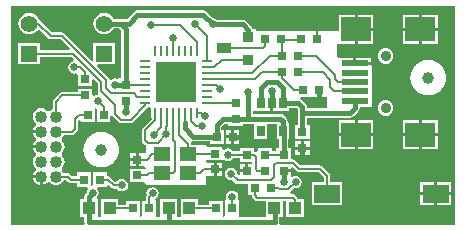
<source format=gtl>
%FSLAX24Y24*%
%MOIN*%
G70*
G01*
G75*
G04 Layer_Physical_Order=1*
G04 Layer_Color=255*
%ADD10R,0.0256X0.0354*%
%ADD11R,0.0551X0.0472*%
%ADD12R,0.1378X0.1378*%
%ADD13O,0.0394X0.0098*%
%ADD14O,0.0098X0.0394*%
%ADD15R,0.0866X0.0630*%
%ADD16C,0.0394*%
%ADD17R,0.0413X0.0425*%
%ADD18R,0.0315X0.0295*%
%ADD19R,0.0295X0.0315*%
%ADD20R,0.0360X0.0360*%
%ADD21R,0.0500X0.0360*%
%ADD22R,0.0984X0.0787*%
%ADD23R,0.0906X0.0197*%
%ADD24C,0.0060*%
%ADD25C,0.0150*%
%ADD26C,0.0400*%
%ADD27C,0.0550*%
%ADD28R,0.0550X0.0550*%
%ADD29C,0.0360*%
%ADD30C,0.0250*%
G36*
X8956Y2953D02*
X9022D01*
Y2653D01*
X8943D01*
Y2538D01*
X8797D01*
Y2653D01*
X8323D01*
Y2541D01*
X8261Y2508D01*
X8228Y2529D01*
X8197Y2535D01*
Y2653D01*
X7723D01*
Y2538D01*
X7486D01*
X7462Y2574D01*
X7394Y2619D01*
X7314Y2635D01*
X7234Y2619D01*
X7199Y2595D01*
X7137Y2628D01*
Y2693D01*
X6663D01*
Y2693D01*
X6653D01*
X6604Y2743D01*
Y2749D01*
X6356D01*
Y2751D01*
X6113D01*
Y2769D01*
X6104Y2812D01*
X6099Y2820D01*
X6138Y2878D01*
X6170Y2872D01*
X6727D01*
Y2793D01*
X7182D01*
Y3267D01*
X7112D01*
Y3339D01*
X7240Y3466D01*
X7343D01*
Y3397D01*
X7817D01*
Y3466D01*
X8208D01*
Y2953D01*
X8624D01*
Y3466D01*
X8956D01*
Y2953D01*
D02*
G37*
G36*
X10640Y4020D02*
D01*
Y4020D01*
X10598Y3978D01*
X9968D01*
Y4020D01*
X9956Y4080D01*
X9922Y4132D01*
X9786Y4267D01*
X9744Y4296D01*
X9764Y4363D01*
X10640D01*
Y4020D01*
D02*
G37*
G36*
X14900Y100D02*
X9073D01*
X9029Y154D01*
X9038Y200D01*
X9038Y201D01*
X9038Y202D01*
Y349D01*
X9166D01*
Y888D01*
X9274D01*
Y349D01*
X9847D01*
Y934D01*
X9670D01*
X9664Y962D01*
X9640Y999D01*
X9559Y1079D01*
X9523Y1104D01*
X9480Y1112D01*
X9480Y1112D01*
X9422D01*
X9402Y1179D01*
X9419Y1191D01*
X9538Y1309D01*
X9580Y1301D01*
X9660Y1317D01*
X9728Y1362D01*
X9773Y1430D01*
X9789Y1510D01*
X9773Y1590D01*
X9728Y1658D01*
X9660Y1703D01*
X9580Y1719D01*
X9500Y1703D01*
X9479Y1689D01*
X9417Y1722D01*
Y1844D01*
X9180D01*
Y1944D01*
X9417D01*
Y1982D01*
X9482Y2009D01*
X9611Y1881D01*
X9611Y1881D01*
X9647Y1856D01*
X9647Y1856D01*
X9647Y1856D01*
D01*
X9647Y1856D01*
X9647Y1856D01*
X9690Y1848D01*
X9690Y1848D01*
X10354D01*
X10517Y1685D01*
Y1525D01*
X10116D01*
Y735D01*
X11142D01*
Y1525D01*
X10741D01*
Y1731D01*
X10741Y1731D01*
X10733Y1774D01*
X10708Y1810D01*
X10479Y2039D01*
X10443Y2064D01*
X10400Y2072D01*
X10400Y2072D01*
X9736D01*
X9569Y2239D01*
X9533Y2264D01*
X9490Y2272D01*
X9490Y2272D01*
X9417D01*
Y2653D01*
X9338D01*
Y2953D01*
X9372D01*
Y3468D01*
X9322D01*
Y3536D01*
X9310Y3596D01*
X9276Y3648D01*
X9187Y3736D01*
X9136Y3770D01*
X9076Y3782D01*
X8158D01*
Y3898D01*
X8208D01*
Y3898D01*
X8740D01*
Y4155D01*
X8840D01*
Y3898D01*
X9372D01*
Y3997D01*
X9609D01*
X9652Y3955D01*
Y3403D01*
X9573D01*
Y2948D01*
X10047D01*
Y3403D01*
X9968D01*
Y3662D01*
X11409D01*
X11469Y3674D01*
X11521Y3708D01*
X11671Y3859D01*
X11705Y3910D01*
X11717Y3971D01*
Y4020D01*
X12140D01*
Y5390D01*
X12091D01*
Y5430D01*
X11558D01*
Y5480D01*
X11508D01*
Y5658D01*
X11025D01*
Y5658D01*
X11020D01*
X10970Y5708D01*
Y6128D01*
X11025D01*
Y6128D01*
X11547D01*
Y6602D01*
Y7076D01*
X11025D01*
Y6560D01*
X10970D01*
Y6560D01*
X8270D01*
Y6610D01*
X8155D01*
X8146Y6655D01*
X8112Y6706D01*
X7936Y6882D01*
X7885Y6916D01*
X7824Y6928D01*
X6952D01*
X6900Y6963D01*
X6838Y6975D01*
X6622Y7192D01*
X6570Y7226D01*
X6510Y7238D01*
X4300D01*
X4240Y7226D01*
X4188Y7192D01*
X3955Y6958D01*
X3519D01*
X3510Y6979D01*
X3453Y7053D01*
X3379Y7110D01*
X3293Y7146D01*
X3200Y7158D01*
X3107Y7146D01*
X3021Y7110D01*
X2947Y7053D01*
X2890Y6979D01*
X2854Y6893D01*
X2842Y6800D01*
X2854Y6707D01*
X2890Y6621D01*
X2947Y6547D01*
X3021Y6490D01*
X3107Y6454D01*
X3200Y6442D01*
X3293Y6454D01*
X3379Y6490D01*
X3453Y6547D01*
X3510Y6621D01*
X3519Y6642D01*
X3685D01*
X3776Y6550D01*
Y4983D01*
X3697D01*
Y4983D01*
X3635Y4950D01*
X3630Y4953D01*
X3550Y4969D01*
X3470Y4953D01*
X3438Y4932D01*
X3416D01*
X3365Y4953D01*
X3361Y4975D01*
X3337Y5011D01*
X3337Y5011D01*
X2967Y5380D01*
X2994Y5445D01*
X3555D01*
Y6155D01*
X2845D01*
Y5594D01*
X2780Y5567D01*
X1879Y6469D01*
X1843Y6493D01*
X1800Y6501D01*
X1800Y6501D01*
X1466D01*
X1088Y6879D01*
X1052Y6904D01*
X1040Y6906D01*
X1010Y6979D01*
X953Y7053D01*
X879Y7110D01*
X793Y7146D01*
X700Y7158D01*
X607Y7146D01*
X521Y7110D01*
X447Y7053D01*
X390Y6979D01*
X354Y6893D01*
X342Y6800D01*
X354Y6707D01*
X390Y6621D01*
X447Y6547D01*
X521Y6490D01*
X607Y6454D01*
X700Y6442D01*
X793Y6454D01*
X879Y6490D01*
X953Y6547D01*
X986Y6590D01*
X1056Y6594D01*
X1340Y6310D01*
X1340Y6310D01*
X1376Y6286D01*
X1419Y6277D01*
X1754D01*
X2054Y5977D01*
X2027Y5912D01*
X1055D01*
Y6155D01*
X345D01*
Y5445D01*
X1055D01*
Y5688D01*
X2121D01*
X2199Y5610D01*
X2179Y5543D01*
X2130Y5533D01*
X2062Y5488D01*
X2017Y5420D01*
X2001Y5340D01*
X2017Y5260D01*
X2062Y5192D01*
X2130Y5147D01*
X2210Y5131D01*
X2268Y5143D01*
X2323Y5098D01*
Y4708D01*
X2797D01*
Y4920D01*
X2862Y4946D01*
X2988Y4821D01*
Y4551D01*
X2988Y4551D01*
X2996Y4508D01*
X3013Y4483D01*
X2987Y4418D01*
X2910Y4403D01*
X2859Y4369D01*
X2797Y4402D01*
Y4632D01*
X2323D01*
Y4516D01*
X1804D01*
X1804Y4516D01*
X1761Y4508D01*
X1725Y4484D01*
X1521Y4279D01*
X1496Y4243D01*
X1488Y4200D01*
X1488Y4200D01*
Y3957D01*
X1459Y3945D01*
X1400Y3900D01*
X1385Y3880D01*
X1315D01*
X1300Y3900D01*
X1241Y3945D01*
X1173Y3973D01*
X1100Y3982D01*
X1027Y3973D01*
X959Y3945D01*
X900Y3900D01*
X855Y3841D01*
X827Y3773D01*
X818Y3700D01*
X827Y3627D01*
X855Y3559D01*
X900Y3500D01*
X920Y3485D01*
Y3415D01*
X900Y3400D01*
X855Y3341D01*
X827Y3273D01*
X824Y3250D01*
X1100D01*
Y3150D01*
X824D01*
X827Y3127D01*
X855Y3059D01*
X900Y3000D01*
X920Y2985D01*
Y2915D01*
X900Y2900D01*
X855Y2841D01*
X827Y2773D01*
X824Y2750D01*
X1100D01*
Y2650D01*
X824D01*
X827Y2627D01*
X855Y2559D01*
X900Y2500D01*
X920Y2485D01*
Y2415D01*
X900Y2400D01*
X855Y2341D01*
X827Y2273D01*
X818Y2200D01*
X827Y2127D01*
X855Y2059D01*
X900Y2000D01*
X920Y1985D01*
Y1915D01*
X900Y1900D01*
X855Y1841D01*
X827Y1773D01*
X824Y1750D01*
X1100D01*
Y1700D01*
X1150D01*
Y1424D01*
X1173Y1427D01*
X1241Y1455D01*
X1300Y1500D01*
X1315Y1520D01*
X1385D01*
X1400Y1500D01*
X1459Y1455D01*
X1527Y1427D01*
X1600Y1418D01*
X1673Y1427D01*
X1741Y1455D01*
X1800Y1500D01*
X1845Y1559D01*
X1857Y1588D01*
X1944D01*
X2011Y1521D01*
X2011Y1521D01*
X2047Y1496D01*
X2047Y1496D01*
X2047Y1496D01*
D01*
X2047Y1496D01*
X2047Y1496D01*
X2090Y1488D01*
X2297D01*
Y1363D01*
X2629D01*
X2672Y1298D01*
X2627Y1230D01*
X2615Y1168D01*
X2588Y1141D01*
X2553Y1090D01*
X2541Y1029D01*
Y934D01*
X2413D01*
Y349D01*
X2542D01*
Y200D01*
X2542Y200D01*
X2542D01*
X2551Y154D01*
X2507Y100D01*
X100D01*
Y7400D01*
X14900D01*
Y100D01*
D02*
G37*
G36*
X4778Y3981D02*
X4777Y3974D01*
Y3679D01*
X4787Y3628D01*
X4792Y3621D01*
X4495Y3323D01*
X4470Y3287D01*
X4462Y3244D01*
X4462Y3244D01*
Y2906D01*
X4462Y2906D01*
X4470Y2863D01*
X4495Y2827D01*
X4571Y2751D01*
X4571Y2751D01*
X4592Y2737D01*
Y2493D01*
X4537D01*
Y2493D01*
X4350D01*
Y2266D01*
Y2038D01*
X4537D01*
Y2038D01*
X4542D01*
X4592Y1989D01*
Y1962D01*
X4537D01*
Y1962D01*
X4063D01*
Y1507D01*
X4537D01*
Y1507D01*
X4542D01*
X4592Y1457D01*
Y1419D01*
X6604D01*
Y1707D01*
X6663D01*
Y1707D01*
X6850D01*
Y1934D01*
Y2162D01*
X6663D01*
Y2162D01*
X6653D01*
X6604Y2211D01*
Y2238D01*
X6663D01*
Y2238D01*
X7137D01*
Y2238D01*
X7226Y2238D01*
X7234Y2233D01*
X7314Y2217D01*
X7394Y2233D01*
X7462Y2278D01*
X7486Y2314D01*
X7723D01*
Y2198D01*
X8138D01*
Y2122D01*
X8010D01*
Y1894D01*
X7960D01*
Y1844D01*
X7723D01*
Y1748D01*
X7691Y1734D01*
X7637Y1779D01*
X7639Y1790D01*
X7623Y1870D01*
X7578Y1938D01*
X7510Y1983D01*
X7430Y1999D01*
X7350Y1983D01*
X7282Y1938D01*
X7237Y1870D01*
X7221Y1790D01*
X7237Y1710D01*
X7282Y1642D01*
X7350Y1597D01*
X7430Y1581D01*
X7472Y1589D01*
X7571Y1491D01*
X7607Y1466D01*
X7650Y1458D01*
X7650Y1458D01*
X8007D01*
Y1073D01*
X8117D01*
X8122Y1072D01*
X8131Y1029D01*
X8155Y992D01*
X8226Y921D01*
X8226Y921D01*
X8263Y896D01*
X8263Y896D01*
X8263Y896D01*
D01*
X8263Y896D01*
X8263Y896D01*
X8306Y888D01*
X8306Y888D01*
X8593D01*
Y358D01*
X7693D01*
Y358D01*
Y403D01*
X7693Y408D01*
X7693Y408D01*
X7693D01*
Y877D01*
X7688D01*
X7655Y939D01*
X7659Y944D01*
X7675Y1024D01*
X7659Y1104D01*
X7614Y1172D01*
X7546Y1217D01*
X7466Y1233D01*
X7386Y1217D01*
X7318Y1172D01*
X7273Y1104D01*
X7257Y1024D01*
X7273Y944D01*
X7276Y939D01*
X7243Y877D01*
X7238D01*
Y408D01*
X7238Y408D01*
X7238D01*
X7238Y403D01*
X7194Y358D01*
X7162D01*
Y403D01*
X7162D01*
Y877D01*
X6707D01*
Y752D01*
X6327D01*
Y934D01*
X5754D01*
Y358D01*
X5646D01*
Y934D01*
X5073D01*
Y358D01*
X4923D01*
Y358D01*
Y403D01*
X4923Y408D01*
X4923Y408D01*
X4923D01*
Y877D01*
X4914D01*
X4900Y947D01*
X4968Y992D01*
X5013Y1060D01*
X5029Y1140D01*
X5013Y1220D01*
X4968Y1288D01*
X4900Y1333D01*
X4820Y1349D01*
X4740Y1333D01*
X4672Y1288D01*
X4627Y1220D01*
X4611Y1140D01*
X4619Y1098D01*
X4616Y1095D01*
X4592Y1059D01*
X4584Y1016D01*
X4584Y1016D01*
Y877D01*
X4468D01*
Y408D01*
X4468Y408D01*
X4468D01*
X4468Y403D01*
X4424Y358D01*
X4392D01*
Y403D01*
X4392D01*
Y877D01*
X3937D01*
Y754D01*
X3667D01*
Y934D01*
X3094D01*
Y358D01*
X2986D01*
Y934D01*
X2986D01*
X2979Y936D01*
X2968Y1002D01*
X3013Y1070D01*
X3029Y1150D01*
X3013Y1230D01*
X2968Y1298D01*
X3011Y1363D01*
X3283D01*
Y1397D01*
X3348Y1423D01*
X3441Y1331D01*
X3441Y1331D01*
X3477Y1306D01*
X3520Y1298D01*
X3520Y1298D01*
X3618D01*
X3642Y1262D01*
X3710Y1217D01*
X3790Y1201D01*
X3870Y1217D01*
X3938Y1262D01*
X3983Y1330D01*
X3999Y1410D01*
X3983Y1490D01*
X3938Y1558D01*
X3870Y1603D01*
X3790Y1619D01*
X3710Y1603D01*
X3642Y1558D01*
X3628Y1537D01*
X3559Y1530D01*
X3409Y1679D01*
X3373Y1704D01*
X3330Y1712D01*
D01*
D01*
D01*
X3330Y1712D01*
D01*
X3283Y1759D01*
Y1837D01*
X2828D01*
Y1420D01*
X2765Y1390D01*
X2752Y1401D01*
Y1837D01*
X2297D01*
Y1712D01*
X2136D01*
X2069Y1779D01*
X2033Y1804D01*
X1990Y1812D01*
X1990Y1812D01*
X1857D01*
X1845Y1841D01*
X1800Y1900D01*
X1780Y1915D01*
Y1985D01*
X1800Y2000D01*
X1845Y2059D01*
X1873Y2127D01*
X1882Y2200D01*
X1873Y2273D01*
X1845Y2341D01*
X1800Y2400D01*
X1780Y2415D01*
Y2485D01*
X1800Y2500D01*
X1845Y2559D01*
X1873Y2627D01*
X1882Y2700D01*
X1873Y2773D01*
X1845Y2841D01*
X1800Y2900D01*
X1780Y2915D01*
Y2985D01*
X1800Y3000D01*
X1845Y3059D01*
X1857Y3088D01*
X2120D01*
X2120Y3088D01*
X2163Y3096D01*
X2199Y3121D01*
X2299Y3221D01*
X2299Y3221D01*
X2324Y3257D01*
X2332Y3300D01*
Y3543D01*
X2390Y3582D01*
X2427Y3567D01*
Y3523D01*
X2882D01*
Y3967D01*
X2895Y3978D01*
X2958Y3948D01*
Y3523D01*
X3413D01*
Y3702D01*
X3480Y3722D01*
X3482Y3719D01*
X3691Y3511D01*
X3691Y3511D01*
X3727Y3486D01*
X3727Y3486D01*
X3727Y3486D01*
D01*
X3727Y3486D01*
X3727Y3486D01*
X3770Y3478D01*
X3770Y3478D01*
X4090D01*
X4090Y3478D01*
X4133Y3486D01*
X4169Y3511D01*
X4653Y3995D01*
X4653Y3995D01*
X4667Y4016D01*
X4737Y4023D01*
X4778Y3981D01*
D02*
G37*
%LPC*%
G36*
X10047Y2594D02*
X9860D01*
Y2417D01*
X10047D01*
Y2594D01*
D02*
G37*
G36*
X9760D02*
X9573D01*
Y2417D01*
X9760D01*
Y2594D01*
D02*
G37*
G36*
X4250Y2493D02*
X4063D01*
Y2316D01*
X4250D01*
Y2493D01*
D02*
G37*
G36*
X14315Y3048D02*
X13793D01*
Y2624D01*
X14315D01*
Y3048D01*
D02*
G37*
G36*
X9760Y2872D02*
X9573D01*
Y2694D01*
X9760D01*
Y2872D01*
D02*
G37*
G36*
X13693Y3048D02*
X13171D01*
Y2624D01*
X13693D01*
Y3048D01*
D02*
G37*
G36*
X11547D02*
X11025D01*
Y2624D01*
X11547D01*
Y3048D01*
D02*
G37*
G36*
X12169D02*
X11647D01*
Y2624D01*
X12169D01*
Y3048D01*
D02*
G37*
G36*
X14764Y1525D02*
X14301D01*
Y1180D01*
X14764D01*
Y1525D01*
D02*
G37*
G36*
X1050Y1650D02*
X824D01*
X827Y1627D01*
X855Y1559D01*
X900Y1500D01*
X959Y1455D01*
X1027Y1427D01*
X1050Y1424D01*
Y1650D01*
D02*
G37*
G36*
X14201Y1525D02*
X13738D01*
Y1180D01*
X14201D01*
Y1525D01*
D02*
G37*
G36*
Y1080D02*
X13738D01*
Y735D01*
X14201D01*
Y1080D01*
D02*
G37*
G36*
X14764D02*
X14301D01*
Y735D01*
X14764D01*
Y1080D01*
D02*
G37*
G36*
X3099Y3192D02*
X3065Y3190D01*
X3027Y3187D01*
X2993Y3181D01*
X2967Y3176D01*
X2942Y3169D01*
X2917Y3162D01*
X2892Y3153D01*
X2857Y3138D01*
X2823Y3121D01*
X2799Y3107D01*
X2776Y3093D01*
X2754Y3078D01*
X2733Y3061D01*
X2708Y3040D01*
X2684Y3018D01*
X2663Y2995D01*
X2643Y2971D01*
X2628Y2951D01*
X2613Y2931D01*
X2602Y2914D01*
X2592Y2897D01*
X2581Y2877D01*
X2567Y2849D01*
X2555Y2820D01*
X2548Y2804D01*
X2543Y2787D01*
X2532Y2752D01*
X2529Y2738D01*
X2525Y2722D01*
X2519Y2691D01*
X2513Y2581D01*
X2523Y2491D01*
X2543Y2411D01*
X2563Y2361D01*
X2583Y2321D01*
X2613Y2271D01*
X2633Y2244D01*
X2654Y2218D01*
X2683Y2186D01*
X2713Y2158D01*
X2733Y2141D01*
X2773Y2111D01*
X2807Y2090D01*
X2843Y2071D01*
X2877Y2055D01*
X2913Y2041D01*
X2954Y2030D01*
X2993Y2021D01*
X3032Y2015D01*
X3073Y2011D01*
X3104D01*
X3143Y2012D01*
X3180Y2015D01*
X3212Y2021D01*
X3253Y2030D01*
X3293Y2042D01*
X3336Y2058D01*
X3363Y2071D01*
X3399Y2090D01*
X3433Y2111D01*
X3458Y2129D01*
X3482Y2148D01*
X3501Y2164D01*
X3518Y2181D01*
X3538Y2202D01*
X3563Y2231D01*
X3593Y2271D01*
X3616Y2310D01*
X3633Y2341D01*
X3649Y2376D01*
X3662Y2412D01*
X3677Y2461D01*
X3683Y2491D01*
X3688Y2520D01*
X3691Y2549D01*
X3694Y2594D01*
X3693Y2631D01*
X3690Y2668D01*
X3687Y2690D01*
X3683Y2711D01*
X3678Y2736D01*
X3672Y2760D01*
X3663Y2790D01*
X3652Y2818D01*
X3644Y2839D01*
X3633Y2861D01*
X3614Y2897D01*
X3593Y2931D01*
X3563Y2971D01*
X3533Y3006D01*
X3503Y3036D01*
X3473Y3061D01*
X3453Y3076D01*
X3433Y3091D01*
X3399Y3112D01*
X3363Y3131D01*
X3346Y3139D01*
X3329Y3147D01*
X3293Y3160D01*
X3253Y3172D01*
X3213Y3181D01*
X3194Y3185D01*
X3173Y3187D01*
X3133Y3191D01*
X3099Y3192D01*
D02*
G37*
G36*
X4250Y2216D02*
X4063D01*
Y2038D01*
X4250D01*
Y2216D01*
D02*
G37*
G36*
X7137Y2162D02*
X6950D01*
Y1984D01*
X7137D01*
Y2162D01*
D02*
G37*
G36*
Y1884D02*
X6950D01*
Y1707D01*
X7137D01*
Y1884D01*
D02*
G37*
G36*
X7910Y2122D02*
X7723D01*
Y1944D01*
X7910D01*
Y2122D01*
D02*
G37*
G36*
X10047Y2872D02*
X9860D01*
Y2694D01*
X10047D01*
Y2872D01*
D02*
G37*
G36*
X12091Y5658D02*
X11608D01*
Y5530D01*
X12091D01*
Y5658D01*
D02*
G37*
G36*
X12169Y6552D02*
X11647D01*
Y6128D01*
X12169D01*
Y6552D01*
D02*
G37*
G36*
X13999Y5592D02*
X13965Y5590D01*
X13927Y5587D01*
X13893Y5581D01*
X13867Y5576D01*
X13842Y5569D01*
X13817Y5562D01*
X13792Y5553D01*
X13757Y5538D01*
X13723Y5521D01*
X13699Y5507D01*
X13676Y5493D01*
X13654Y5478D01*
X13633Y5461D01*
X13608Y5440D01*
X13584Y5418D01*
X13563Y5395D01*
X13543Y5371D01*
X13528Y5351D01*
X13513Y5331D01*
X13502Y5314D01*
X13492Y5297D01*
X13481Y5277D01*
X13467Y5249D01*
X13455Y5220D01*
X13448Y5204D01*
X13443Y5187D01*
X13432Y5152D01*
X13429Y5138D01*
X13425Y5122D01*
X13420Y5091D01*
X13413Y4981D01*
X13423Y4891D01*
X13443Y4811D01*
X13463Y4761D01*
X13483Y4721D01*
X13513Y4671D01*
X13533Y4644D01*
X13554Y4618D01*
X13583Y4586D01*
X13613Y4558D01*
X13633Y4541D01*
X13673Y4511D01*
X13707Y4490D01*
X13743Y4471D01*
X13777Y4455D01*
X13813Y4441D01*
X13854Y4430D01*
X13893Y4421D01*
X13932Y4415D01*
X13973Y4411D01*
X14004D01*
X14043Y4412D01*
X14080Y4415D01*
X14112Y4421D01*
X14153Y4430D01*
X14193Y4442D01*
X14236Y4458D01*
X14263Y4471D01*
X14299Y4490D01*
X14333Y4511D01*
X14358Y4529D01*
X14382Y4548D01*
X14401Y4564D01*
X14418Y4581D01*
X14438Y4602D01*
X14463Y4631D01*
X14493Y4671D01*
X14516Y4710D01*
X14533Y4741D01*
X14549Y4776D01*
X14562Y4812D01*
X14577Y4861D01*
X14583Y4891D01*
X14588Y4920D01*
X14591Y4949D01*
X14594Y4994D01*
X14593Y5031D01*
X14590Y5068D01*
X14587Y5090D01*
X14583Y5111D01*
X14578Y5136D01*
X14572Y5160D01*
X14563Y5190D01*
X14552Y5218D01*
X14544Y5239D01*
X14533Y5261D01*
X14514Y5297D01*
X14493Y5331D01*
X14463Y5371D01*
X14433Y5406D01*
X14403Y5436D01*
X14373Y5461D01*
X14353Y5476D01*
X14333Y5491D01*
X14299Y5512D01*
X14263Y5531D01*
X14246Y5539D01*
X14229Y5547D01*
X14193Y5560D01*
X14153Y5572D01*
X14113Y5581D01*
X14094Y5584D01*
X14073Y5587D01*
X14033Y5591D01*
X13999Y5592D01*
D02*
G37*
G36*
X12582Y5978D02*
X12514Y5969D01*
X12450Y5943D01*
X12396Y5902D01*
X12354Y5847D01*
X12328Y5784D01*
X12319Y5716D01*
X12328Y5648D01*
X12354Y5585D01*
X12396Y5531D01*
X12450Y5489D01*
X12514Y5463D01*
X12582Y5454D01*
X12649Y5463D01*
X12713Y5489D01*
X12767Y5531D01*
X12809Y5585D01*
X12835Y5648D01*
X12844Y5716D01*
X12835Y5784D01*
X12809Y5847D01*
X12767Y5902D01*
X12713Y5943D01*
X12649Y5969D01*
X12582Y5978D01*
D02*
G37*
G36*
X13693Y6552D02*
X13171D01*
Y6128D01*
X13693D01*
Y6552D01*
D02*
G37*
G36*
Y7076D02*
X13171D01*
Y6652D01*
X13693D01*
Y7076D01*
D02*
G37*
G36*
X14315D02*
X13793D01*
Y6652D01*
X14315D01*
Y7076D01*
D02*
G37*
G36*
Y6552D02*
X13793D01*
Y6128D01*
X14315D01*
Y6552D01*
D02*
G37*
G36*
X12169Y7076D02*
X11647D01*
Y6652D01*
X12169D01*
Y7076D01*
D02*
G37*
G36*
X7436Y3267D02*
X7258D01*
Y3080D01*
X7436D01*
Y3267D01*
D02*
G37*
G36*
X7713D02*
X7536D01*
Y3080D01*
X7713D01*
Y3267D01*
D02*
G37*
G36*
X7436Y2980D02*
X7258D01*
Y2793D01*
X7436D01*
Y2980D01*
D02*
G37*
G36*
X7713D02*
X7536D01*
Y2793D01*
X7713D01*
Y2980D01*
D02*
G37*
G36*
X11547Y3572D02*
X11025D01*
Y3148D01*
X11547D01*
Y3572D01*
D02*
G37*
G36*
X14315D02*
X13793D01*
Y3148D01*
X14315D01*
Y3572D01*
D02*
G37*
G36*
X12582Y4246D02*
X12514Y4237D01*
X12450Y4211D01*
X12396Y4169D01*
X12354Y4115D01*
X12328Y4052D01*
X12319Y3984D01*
X12328Y3916D01*
X12354Y3853D01*
X12396Y3798D01*
X12450Y3757D01*
X12514Y3731D01*
X12582Y3722D01*
X12649Y3731D01*
X12713Y3757D01*
X12767Y3798D01*
X12809Y3853D01*
X12835Y3916D01*
X12844Y3984D01*
X12835Y4052D01*
X12809Y4115D01*
X12767Y4169D01*
X12713Y4211D01*
X12649Y4237D01*
X12582Y4246D01*
D02*
G37*
G36*
X12169Y3572D02*
X11647D01*
Y3148D01*
X12169D01*
Y3572D01*
D02*
G37*
G36*
X13693D02*
X13171D01*
Y3148D01*
X13693D01*
Y3572D01*
D02*
G37*
%LPD*%
D10*
X9164Y3210D02*
D03*
X8416D02*
D03*
Y4155D02*
D03*
X8790D02*
D03*
X9164D02*
D03*
D11*
X5135Y2435D02*
D03*
Y1805D02*
D03*
X6001D02*
D03*
Y2435D02*
D03*
D12*
X5598Y4850D02*
D03*
D13*
X4574Y4161D02*
D03*
Y4358D02*
D03*
Y4555D02*
D03*
Y4752D02*
D03*
Y4948D02*
D03*
Y5145D02*
D03*
Y5342D02*
D03*
Y5539D02*
D03*
X6621D02*
D03*
Y5342D02*
D03*
Y5145D02*
D03*
Y4948D02*
D03*
Y4752D02*
D03*
Y4555D02*
D03*
Y4358D02*
D03*
Y4161D02*
D03*
D14*
X4909Y5874D02*
D03*
X5106D02*
D03*
X5302D02*
D03*
X5499D02*
D03*
X5696D02*
D03*
X5893D02*
D03*
X6090D02*
D03*
X6287D02*
D03*
Y3826D02*
D03*
X6090D02*
D03*
X5893D02*
D03*
X5696D02*
D03*
X5499D02*
D03*
X5302D02*
D03*
X5106D02*
D03*
X4909D02*
D03*
D15*
X14251Y1130D02*
D03*
X10629D02*
D03*
D16*
X3100Y2600D02*
D03*
X14000Y5000D02*
D03*
D17*
X8879Y641D02*
D03*
X9560D02*
D03*
X2699D02*
D03*
X3380D02*
D03*
X5359D02*
D03*
X6040D02*
D03*
D18*
X8560Y1894D02*
D03*
Y2426D02*
D03*
X7960Y1894D02*
D03*
Y2426D02*
D03*
X3934Y4224D02*
D03*
Y4756D02*
D03*
X4300Y1734D02*
D03*
Y2266D02*
D03*
X6900Y2466D02*
D03*
Y1934D02*
D03*
X9810Y2644D02*
D03*
Y3176D02*
D03*
X9180Y1894D02*
D03*
Y2426D02*
D03*
X2560Y4404D02*
D03*
Y4936D02*
D03*
X7580Y4156D02*
D03*
Y3624D02*
D03*
D19*
X10306Y6280D02*
D03*
X9774D02*
D03*
X10376Y4600D02*
D03*
X9844D02*
D03*
X7486Y3030D02*
D03*
X6954D02*
D03*
X4696Y640D02*
D03*
X4164D02*
D03*
X8766Y1310D02*
D03*
X8234D02*
D03*
X2654Y3760D02*
D03*
X3186D02*
D03*
X9096Y6280D02*
D03*
X8564D02*
D03*
X2524Y1600D02*
D03*
X3056D02*
D03*
X9656Y5180D02*
D03*
X9124D02*
D03*
X7466Y640D02*
D03*
X6934D02*
D03*
X9656Y5730D02*
D03*
X9124D02*
D03*
D20*
X8010Y6350D02*
D03*
Y5600D02*
D03*
D21*
X7210Y5980D02*
D03*
D22*
X13743Y6602D02*
D03*
Y3098D02*
D03*
X11597D02*
D03*
Y6602D02*
D03*
D23*
X11558Y4220D02*
D03*
Y4535D02*
D03*
Y4850D02*
D03*
Y5165D02*
D03*
Y5480D02*
D03*
D24*
X9124Y6252D02*
X9746D01*
X9124Y5730D02*
Y6252D01*
X8564Y6054D02*
Y6280D01*
X8490Y5980D02*
X8564Y6054D01*
X3257Y4660D02*
Y4932D01*
X3561Y3799D02*
Y4090D01*
Y3799D02*
X3770Y3590D01*
X4090D01*
X1009Y6800D02*
X1419Y6389D01*
X1800D01*
X3427Y4490D02*
X4180D01*
X3257Y4660D02*
X3427Y4490D01*
X6042Y640D02*
X6934D01*
X6001Y2435D02*
X6032Y2466D01*
X6900D01*
X5499Y2911D02*
Y3826D01*
Y2911D02*
X5570Y2840D01*
Y1880D02*
Y2840D01*
X5495Y1805D02*
X5570Y1880D01*
X5135Y1805D02*
X5495D01*
X6001D02*
X6395D01*
X6524Y1934D01*
X6900D01*
Y1560D02*
Y1934D01*
X4805Y2435D02*
X5135D01*
X4636Y2266D02*
X4805Y2435D01*
X4300Y2266D02*
X4636D01*
X4300D02*
Y2640D01*
Y1734D02*
X4624D01*
X4695Y1805D01*
X5135D01*
X3938Y4752D02*
X4574D01*
X11559Y5480D02*
X12180D01*
X12610Y5050D01*
X11599Y6602D02*
X12710D01*
X13744D01*
X11599Y3098D02*
X12730D01*
X13744D01*
X8560Y2426D02*
X9180D01*
X6090Y3560D02*
Y3826D01*
X5696Y3074D02*
Y3826D01*
Y3074D02*
X6001Y2769D01*
Y2435D02*
Y2769D01*
X6287Y3826D02*
X6434D01*
X6550Y3710D01*
X5106Y3346D02*
Y3826D01*
X5302Y3392D02*
Y3826D01*
X4909Y3579D02*
Y3826D01*
X6090Y3560D02*
X6260Y3390D01*
X6460D01*
X5893Y3480D02*
Y3826D01*
X6621Y4161D02*
X7575D01*
X4090Y3590D02*
X4574Y4074D01*
Y4161D01*
X7466Y640D02*
Y1024D01*
X6621Y5539D02*
Y6389D01*
X5730Y6740D02*
X6287Y6183D01*
Y5874D02*
Y6183D01*
X6240Y6770D02*
X6621Y6389D01*
X4312Y4358D02*
X4574D01*
X4180Y4490D02*
X4312Y4358D01*
X4750Y6740D02*
X5730D01*
X7314Y2426D02*
X7960D01*
X7200Y5980D02*
X8490D01*
X6621Y5145D02*
X8145D01*
X6621Y5342D02*
X6876D01*
X7134Y5600D01*
X8000D01*
X8238Y4948D02*
X8470Y5180D01*
X6621Y4948D02*
X8238D01*
X8730Y5730D02*
X9124D01*
X8145Y5145D02*
X8730Y5730D01*
X8470Y5180D02*
X9124D01*
X4860Y3100D02*
X5106Y3346D01*
X4574Y3244D02*
X4909Y3579D01*
X4574Y2906D02*
Y3244D01*
Y2906D02*
X4650Y2830D01*
X4980D01*
X5260Y3110D01*
Y3350D01*
X5302Y3392D01*
X6621Y4752D02*
X6944D01*
X7066Y4630D01*
X7070D01*
X10310Y6276D02*
Y6660D01*
X9520Y4600D02*
X9844D01*
X9124Y4996D02*
X9520Y4600D01*
X9124Y4996D02*
Y5180D01*
X10875Y4535D02*
X11559D01*
X10740Y4670D02*
X10875Y4535D01*
X10740Y4670D02*
Y4930D01*
X10490Y5180D02*
X10740Y4930D01*
X9656Y5180D02*
X10490D01*
X10990Y4850D02*
X11559D01*
X10900Y4940D02*
X10990Y4850D01*
X10900Y4940D02*
Y5090D01*
X10260Y5730D02*
X10900Y5090D01*
X9656Y5730D02*
X10260D01*
X700Y6800D02*
X1009D01*
X8870Y1670D02*
Y2100D01*
X8930Y2160D01*
X9490D01*
X9690Y1960D01*
X7430Y1790D02*
X7650Y1570D01*
X8770D01*
X8870Y1670D01*
X3100Y4551D02*
X3561Y4090D01*
X3100Y4551D02*
Y4867D01*
X700Y5800D02*
X2167D01*
X1800Y6389D02*
X3257Y4932D01*
X2167Y5800D02*
X3100Y4867D01*
X2210Y5340D02*
X2390D01*
X2560Y5170D01*
Y4936D02*
Y5170D01*
X2990Y4210D02*
X3186Y4014D01*
Y3760D02*
Y4014D01*
X4696Y1016D02*
X4820Y1140D01*
X4696Y640D02*
Y1016D01*
X1804Y4404D02*
X2560D01*
X1600Y4200D02*
X1804Y4404D01*
X1600Y3700D02*
Y4200D01*
X2370Y3760D02*
X2654D01*
X2220Y3610D02*
X2370Y3760D01*
X2220Y3300D02*
Y3610D01*
X2120Y3200D02*
X2220Y3300D01*
X1600Y3200D02*
X2120D01*
X9690Y1960D02*
X10400D01*
X10629Y1731D01*
Y1130D02*
Y1731D01*
X8776Y1320D02*
X9010D01*
X9060Y1270D01*
X9340D01*
X9580Y1510D01*
X9480Y1000D02*
X9560Y920D01*
Y641D02*
Y920D01*
X8306Y1000D02*
X9480D01*
X8234Y1072D02*
X8306Y1000D01*
X8234Y1072D02*
Y1310D01*
X3380Y641D02*
X4163D01*
X1600Y1700D02*
X1990D01*
X2090Y1600D01*
X2524D01*
X3520Y1410D02*
X3790D01*
X3330Y1600D02*
X3520Y1410D01*
X3056Y1600D02*
X3330D01*
X7960Y2426D02*
X8185D01*
X8250Y2361D01*
Y1944D02*
Y2361D01*
Y1944D02*
X8300Y1894D01*
X8560D01*
X5499Y5874D02*
Y6309D01*
D25*
X8000Y6350D02*
Y6594D01*
X7824Y6770D02*
X8000Y6594D01*
X6820Y6770D02*
X7824D01*
X6510Y7080D02*
X6820Y6770D01*
X2700Y200D02*
X5359D01*
Y641D01*
Y200D02*
X8880D01*
Y202D02*
Y640D01*
X3934Y3844D02*
Y4224D01*
X8416Y4155D02*
Y4660D01*
X8790Y4155D02*
Y4553D01*
X9180Y1520D02*
Y1894D01*
Y2426D02*
Y3194D01*
X8416Y4660D02*
X8616Y4860D01*
X9076Y3624D02*
X9164Y3536D01*
Y3210D02*
Y3536D01*
X7486Y3030D02*
X7850D01*
X6170D02*
X6954D01*
X5893Y3307D02*
X6170Y3030D01*
X5893Y3307D02*
Y3480D01*
X6954Y3030D02*
Y3404D01*
X7174Y3624D01*
X7580D01*
X9810Y2270D02*
Y2644D01*
X8616Y4860D02*
X8960D01*
X9164Y4656D01*
Y4155D02*
Y4656D01*
X3934Y4756D02*
Y6616D01*
X3750Y6800D02*
X3934Y6616D01*
X3200Y6800D02*
X3750D01*
X3550Y4756D02*
X3934D01*
X4020Y6800D02*
X4300Y7080D01*
X3750Y6800D02*
X4020D01*
X8000Y3624D02*
Y4520D01*
X4300Y7080D02*
X6510D01*
X7580Y3624D02*
X8000D01*
X9076D01*
X4300Y2640D02*
Y2880D01*
X3890Y3290D02*
X4300Y2880D01*
X10376Y4214D02*
Y4600D01*
X11409Y3820D02*
X11559Y3971D01*
Y4220D01*
X2700Y200D02*
Y641D01*
X2699Y641D02*
X2700Y641D01*
X2699Y641D02*
Y1029D01*
X2820Y1150D01*
X9810Y3820D02*
X11409D01*
X9164Y4155D02*
X9675D01*
X9810Y4020D01*
Y3176D02*
Y4020D01*
D26*
X1600Y1700D02*
D03*
X1100D02*
D03*
X1600Y2200D02*
D03*
X1100D02*
D03*
X1600Y2700D02*
D03*
X1100D02*
D03*
X1600Y3200D02*
D03*
X1100D02*
D03*
X1600Y3700D02*
D03*
X1100D02*
D03*
D27*
X3200Y6800D02*
D03*
X700D02*
D03*
D28*
X3200Y5800D02*
D03*
X700D02*
D03*
D29*
X12582Y5716D02*
D03*
Y3984D02*
D03*
D30*
X5125Y4378D02*
D03*
X6820Y6770D02*
D03*
X10730Y3100D02*
D03*
X1860Y5480D02*
D03*
Y7080D02*
D03*
X3509Y1850D02*
D03*
X1380Y290D02*
D03*
X3790Y1410D02*
D03*
X6900Y1560D02*
D03*
X4300Y2640D02*
D03*
X3934Y3844D02*
D03*
X14040Y450D02*
D03*
X12610Y5050D02*
D03*
X12710Y6602D02*
D03*
X12730Y3098D02*
D03*
X8790Y4553D02*
D03*
X9180Y1520D02*
D03*
X6550Y3710D02*
D03*
X6460Y3390D02*
D03*
X9810Y2270D02*
D03*
X4820Y1140D02*
D03*
X3550Y4760D02*
D03*
X4750Y6740D02*
D03*
X7466Y1024D02*
D03*
X6240Y6770D02*
D03*
X2990Y4210D02*
D03*
X7850Y3030D02*
D03*
X8000Y4520D02*
D03*
X4860Y3100D02*
D03*
X7314Y2426D02*
D03*
X3890Y3290D02*
D03*
X5260Y3110D02*
D03*
X7070Y4630D02*
D03*
X9580Y1510D02*
D03*
X10310Y6660D02*
D03*
X10376Y4214D02*
D03*
X7430Y1790D02*
D03*
X12390Y1150D02*
D03*
X2210Y5340D02*
D03*
X2820Y1150D02*
D03*
X5499Y6309D02*
D03*
M02*

</source>
